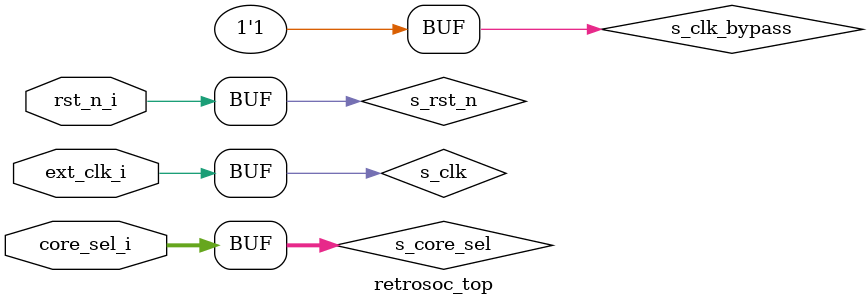
<source format=sv>
/*
 *  PicoSoC - A simple example SoC using PicoRV32
 *
 *  Copyright (C) 2017  Claire Xenia Wolf <claire@yosyshq.com>
 *  Copyright (C) 2025  Yuchi Miao <miaoyuchi@ict.ac.cn>
 *
 *  Permission to use, copy, modify, and/or distribute this software for any
 *  purpose with or without fee is hereby granted, provided that the above
 *  copyright notice and this permission notice appear in all copies.
 *
 *  THE SOFTWARE IS PROVIDED "AS IS" AND THE AUTHOR DISCLAIMS ALL WARRANTIES
 *  WITH REGARD TO THIS SOFTWARE INCLUDING ALL IMPLIED WARRANTIES OF
 *  MERCHANTABILITY AND FITNESS. IN NO EVENT SHALL THE AUTHOR BE LIABLE FOR
 *  ANY SPECIAL, DIRECT, INDIRECT, OR CONSEQUENTIAL DAMAGES OR ANY DAMAGES
 *  WHATSOEVER RESULTING FROM LOSS OF USE, DATA OR PROFITS, WHETHER IN AN
 *  ACTION OF CONTRACT, NEGLIGENCE OR OTHER TORTIOUS ACTION, ARISING OUT OF
 *  OR IN CONNECTION WITH THE USE OR PERFORMANCE OF THIS SOFTWARE.
 *
 */

`timescale 1 ns / 1 ps

module retrosoc_top (
    input wire       ext_clk_i,
    input wire       rst_n_i,
    input wire [4:0] core_sel_i
);

  wire       s_clk;
  wire       s_rst_n;
  wire [4:0] s_core_sel;
  wire       s_clk_bypass;
  wire       s_uart_tx;
  wire       s_psram_sck;
  wire       s_psram_nss0;
  wire       s_psram_dat0;
  wire       s_psram_dat1;
  wire       s_psram_dat2;
  wire       s_psram_dat3;
  wire       s_spfs_sck;
  wire       s_spfs_nss;
  wire       s_spfs_mosi;
  wire       s_spfs_miso;

  assign s_clk        = ext_clk_i;
  assign s_rst_n      = rst_n_i;
  assign s_core_sel   = core_sel_i;
  assign s_clk_bypass = 1'b1;
  retrosoc_asic u_retrosoc_asic (
      .xi_i_pad           (),
      .xo_o_pad           (),
      .extclk_i_pad       (s_clk),
      .audclk_i_pad       (),
      .tmr_capch_i_pad    (),
      .extn_irq_i_pad     (),
`ifdef CORE_MDD
      .core_sel_0_i_pad   (s_core_sel[0]),
      .core_sel_1_i_pad   (s_core_sel[1]),
      .core_sel_2_i_pad   (s_core_sel[2]),
      .core_sel_3_i_pad   (s_core_sel[3]),
      .core_sel_4_i_pad   (s_core_sel[4]),
`endif
`ifdef IP_MDD
      .user_gpio_0_io_pad (),
      .user_gpio_1_io_pad (),
      .user_gpio_2_io_pad (),
      .user_gpio_3_io_pad (),
      .user_gpio_4_io_pad (),
      .user_gpio_5_io_pad (),
      .user_gpio_6_io_pad (),
      .user_gpio_7_io_pad (),
      .user_gpio_8_io_pad (),
      .user_gpio_9_io_pad (),
      .user_gpio_10_io_pad(),
      .user_gpio_11_io_pad(),
      .user_gpio_12_io_pad(),
      .user_gpio_13_io_pad(),
      .user_gpio_14_io_pad(),
      .user_gpio_15_io_pad(),
`endif
`ifdef HAVE_PLL
      .pll_cfg_0_i_pad    (),
      .pll_cfg_1_i_pad    (),
      .pll_cfg_2_i_pad    (),
`endif
      .clk_bypass_i_pad   (s_clk_bypass),
      .ext_rst_n_i_pad    (s_rst_n),
      .sys_clkdiv4_o_pad  (),
      .uart0_tx_o_pad     (s_uart_tx),
      .uart0_rx_i_pad     (),
      .gpio_0_io_pad      (),
      .gpio_1_io_pad      (),
      .gpio_2_io_pad      (),
      .gpio_3_io_pad      (),
      .gpio_4_io_pad      (),
      .gpio_5_io_pad      (),
      .gpio_6_io_pad      (),
      .gpio_7_io_pad      (),
      .psram_sck_o_pad    (s_psram_sck),
      .psram_nss0_o_pad   (s_psram_nss0),
      .psram_nss1_o_pad   (),
      .psram_nss2_o_pad   (),
      .psram_nss3_o_pad   (),
      .psram_dat0_io_pad  (s_psram_dat0),
      .psram_dat1_io_pad  (s_psram_dat1),
      .psram_dat2_io_pad  (s_psram_dat2),
      .psram_dat3_io_pad  (s_psram_dat3),
      .spisd_sck_o_pad    (),
      .spisd_nss_o_pad    (),
      .spisd_mosi_o_pad   (),
      .spisd_miso_i_pad   (),
      .i2s_mclk_o_pad     (),
      .i2s_sclk_o_pad     (),
      .i2s_lrck_o_pad     (),
      .i2s_dacdat_o_pad   (),
      .i2s_adcdat_i_pad   (),
      .onewire_dat_o_pad  (),
      .uart1_tx_o_pad     (),
      .uart1_rx_i_pad     (),
      .pwm_0_o_pad        (),
      .pwm_1_o_pad        (),
      .pwm_2_o_pad        (),
      .pwm_3_o_pad        (),
      .ps2_clk_i_pad      (),
      .ps2_dat_i_pad      (),
      .i2c_scl_io_pad     (),
      .i2c_sda_io_pad     (),
      .qspi_sck_o_pad     (),
      .qspi_nss0_o_pad    (),
      .qspi_nss1_o_pad    (),
      .qspi_nss2_o_pad    (),
      .qspi_nss3_o_pad    (),
      .qspi_dat0_io_pad   (),
      .qspi_dat1_io_pad   (),
      .qspi_dat2_io_pad   (),
      .qspi_dat3_io_pad   (),
      .spfs_sck_o_pad     (s_spfs_sck),
      .spfs_nss_o_pad     (s_spfs_nss),
      .spfs_mosi_o_pad    (s_spfs_mosi),
      .spfs_miso_i_pad    (s_spfs_miso)
  );

  spiFlash u_spiFlash (
      .clk (s_spfs_sck),
      .cs  (s_spfs_nss),
      .mosi(s_spfs_mosi),
      .miso(s_spfs_miso)
  );

  rs232 u_rs232_0 (
      .rs232_rx_i(s_uart_tx),
      .rs232_tx_o()
  );

  ESP_PSRAM64H u_ESP_PSRAM64H (
      .sclk(s_psram_sck),
      .csn (s_psram_nss0),
      .sio ({s_psram_dat3, s_psram_dat2, s_psram_dat1, s_psram_dat0})
  );


endmodule

</source>
